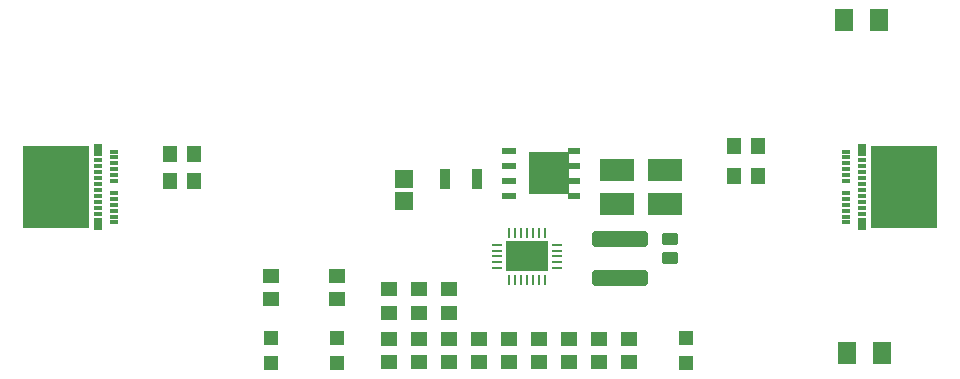
<source format=gbr>
%TF.GenerationSoftware,Altium Limited,CircuitMaker,2.0.2 (2.0.2.40)*%
G04 Layer_Color=7318015*
%FSLAX25Y25*%
%MOIN*%
%TF.SameCoordinates,4CCF3E00-E941-4990-BDAE-273065C54DFB*%
%TF.FilePolarity,Positive*%
%TF.FileFunction,Paste,Top*%
%TF.Part,Single*%
G01*
G75*
%TA.AperFunction,SMDPad,CuDef*%
%ADD10R,0.06102X0.05905*%
%ADD11O,0.00984X0.03347*%
%ADD12O,0.03347X0.00984*%
%ADD13R,0.14370X0.10433*%
%ADD14R,0.05709X0.04724*%
G04:AMPARAMS|DCode=15|XSize=51.18mil|YSize=185.04mil|CornerRadius=5.12mil|HoleSize=0mil|Usage=FLASHONLY|Rotation=90.000|XOffset=0mil|YOffset=0mil|HoleType=Round|Shape=RoundedRectangle|*
%AMROUNDEDRECTD15*
21,1,0.05118,0.17480,0,0,90.0*
21,1,0.04095,0.18504,0,0,90.0*
1,1,0.01024,0.08740,0.02047*
1,1,0.01024,0.08740,-0.02047*
1,1,0.01024,-0.08740,-0.02047*
1,1,0.01024,-0.08740,0.02047*
%
%ADD15ROUNDEDRECTD15*%
%ADD16R,0.11811X0.07283*%
%ADD17R,0.04724X0.04724*%
%ADD18R,0.03740X0.06693*%
%ADD19R,0.04000X0.02400*%
%ADD20R,0.05000X0.02400*%
G04:AMPARAMS|DCode=21|XSize=55.12mil|YSize=39.37mil|CornerRadius=3.94mil|HoleSize=0mil|Usage=FLASHONLY|Rotation=180.000|XOffset=0mil|YOffset=0mil|HoleType=Round|Shape=RoundedRectangle|*
%AMROUNDEDRECTD21*
21,1,0.05512,0.03150,0,0,180.0*
21,1,0.04724,0.03937,0,0,180.0*
1,1,0.00787,-0.02362,0.01575*
1,1,0.00787,0.02362,0.01575*
1,1,0.00787,0.02362,-0.01575*
1,1,0.00787,-0.02362,-0.01575*
%
%ADD21ROUNDEDRECTD21*%
%ADD22R,0.05905X0.07480*%
%TA.AperFunction,ConnectorPad*%
%ADD23R,0.22244X0.27559*%
%ADD24R,0.02992X0.01181*%
%ADD25R,0.02756X0.01181*%
%ADD26R,0.02756X0.03937*%
%TA.AperFunction,SMDPad,CuDef*%
%ADD27R,0.04724X0.05709*%
%TA.AperFunction,NonConductor*%
%ADD50R,0.13500X0.14000*%
D10*
X227500Y181543D02*
D03*
Y174457D02*
D03*
D11*
X274406Y163807D02*
D03*
X272437D02*
D03*
X270468D02*
D03*
X268500D02*
D03*
X266531D02*
D03*
X264563D02*
D03*
X262595D02*
D03*
Y147862D02*
D03*
X264563D02*
D03*
X266531D02*
D03*
X268500D02*
D03*
X270468D02*
D03*
X272437D02*
D03*
X274406D02*
D03*
D12*
X258559Y159772D02*
D03*
Y157803D02*
D03*
Y155835D02*
D03*
Y153866D02*
D03*
Y151898D02*
D03*
X278441D02*
D03*
Y153866D02*
D03*
Y155835D02*
D03*
Y157803D02*
D03*
Y159772D02*
D03*
D13*
X268500Y155835D02*
D03*
D14*
X222500Y128437D02*
D03*
Y120563D02*
D03*
X232500Y128437D02*
D03*
Y120563D02*
D03*
X242500Y128437D02*
D03*
Y120563D02*
D03*
Y144937D02*
D03*
Y137063D02*
D03*
X232500Y144937D02*
D03*
Y137063D02*
D03*
X222500Y144937D02*
D03*
Y137063D02*
D03*
X205000Y149437D02*
D03*
Y141563D02*
D03*
X183000Y149437D02*
D03*
Y141563D02*
D03*
X302500Y128437D02*
D03*
Y120563D02*
D03*
X252500D02*
D03*
Y128437D02*
D03*
X262500Y120563D02*
D03*
Y128437D02*
D03*
X282500D02*
D03*
Y120563D02*
D03*
X272500D02*
D03*
Y128437D02*
D03*
X292500Y120563D02*
D03*
Y128437D02*
D03*
D15*
X299500Y148504D02*
D03*
Y161496D02*
D03*
D16*
X298500Y184610D02*
D03*
Y173390D02*
D03*
X314500Y184610D02*
D03*
Y173390D02*
D03*
D17*
X205000Y120366D02*
D03*
Y128634D02*
D03*
X183000Y120366D02*
D03*
Y128634D02*
D03*
X321500Y120366D02*
D03*
Y128634D02*
D03*
D18*
X241087Y181500D02*
D03*
X251913D02*
D03*
D19*
X284000Y191000D02*
D03*
Y186000D02*
D03*
Y181000D02*
D03*
Y176000D02*
D03*
D20*
X262500D02*
D03*
Y181000D02*
D03*
Y186000D02*
D03*
Y191000D02*
D03*
D21*
X316000Y155350D02*
D03*
Y161650D02*
D03*
D22*
X375095Y123500D02*
D03*
X386906D02*
D03*
X374095Y234500D02*
D03*
X385906D02*
D03*
D23*
X393992Y179000D02*
D03*
X111508Y179000D02*
D03*
D24*
X374701Y167189D02*
D03*
Y169158D02*
D03*
Y171126D02*
D03*
Y173094D02*
D03*
Y175063D02*
D03*
Y177032D02*
D03*
Y180968D02*
D03*
Y182937D02*
D03*
Y184906D02*
D03*
Y186874D02*
D03*
Y188842D02*
D03*
Y190811D02*
D03*
X130799Y190811D02*
D03*
Y188842D02*
D03*
Y186874D02*
D03*
Y184906D02*
D03*
Y182937D02*
D03*
Y180968D02*
D03*
Y177032D02*
D03*
Y175063D02*
D03*
Y173094D02*
D03*
Y171126D02*
D03*
Y169158D02*
D03*
Y167189D02*
D03*
D25*
X380213Y178016D02*
D03*
Y179984D02*
D03*
Y181953D02*
D03*
Y183921D02*
D03*
Y176047D02*
D03*
Y174079D02*
D03*
Y170142D02*
D03*
Y172110D02*
D03*
Y185890D02*
D03*
Y187858D02*
D03*
X125287Y179984D02*
D03*
Y178016D02*
D03*
Y176047D02*
D03*
Y174079D02*
D03*
Y181953D02*
D03*
Y183921D02*
D03*
Y187858D02*
D03*
Y185890D02*
D03*
Y172110D02*
D03*
Y170142D02*
D03*
D26*
X380213Y166795D02*
D03*
Y191205D02*
D03*
X125287Y191205D02*
D03*
Y166795D02*
D03*
D27*
X345437Y182500D02*
D03*
X337563D02*
D03*
X345437Y192500D02*
D03*
X337563D02*
D03*
X157437Y181000D02*
D03*
X149563D02*
D03*
X157437Y190000D02*
D03*
X149563D02*
D03*
D50*
X275750Y183500D02*
D03*
%TF.MD5,cb473c56f00a29d85b9ba0d2df6a9a48*%
M02*

</source>
